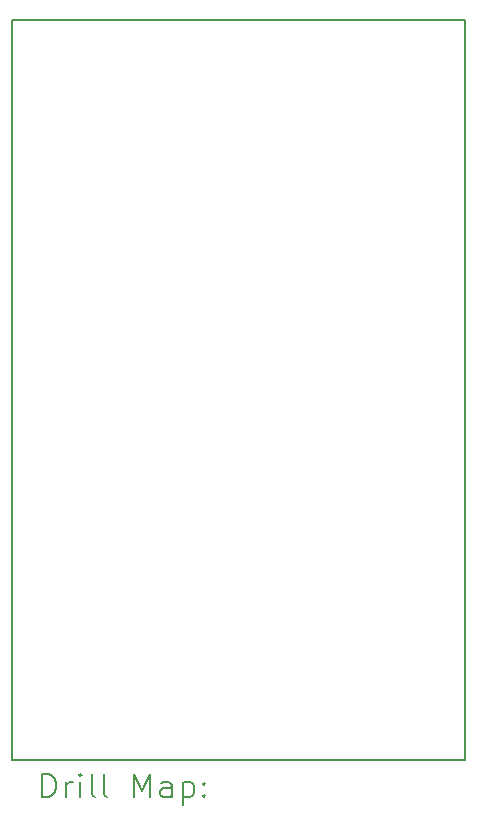
<source format=gbr>
%TF.GenerationSoftware,KiCad,Pcbnew,8.0.6*%
%TF.CreationDate,2025-02-12T12:21:39-05:00*%
%TF.ProjectId,prog,70726f67-2e6b-4696-9361-645f70636258,rev?*%
%TF.SameCoordinates,Original*%
%TF.FileFunction,Drillmap*%
%TF.FilePolarity,Positive*%
%FSLAX45Y45*%
G04 Gerber Fmt 4.5, Leading zero omitted, Abs format (unit mm)*
G04 Created by KiCad (PCBNEW 8.0.6) date 2025-02-12 12:21:39*
%MOMM*%
%LPD*%
G01*
G04 APERTURE LIST*
%ADD10C,0.150000*%
%ADD11C,0.200000*%
G04 APERTURE END LIST*
D10*
X10165000Y-4005000D02*
X13995000Y-4005000D01*
X13995000Y-10265000D01*
X10165000Y-10265000D01*
X10165000Y-4005000D01*
D11*
X10418277Y-10583984D02*
X10418277Y-10383984D01*
X10418277Y-10383984D02*
X10465896Y-10383984D01*
X10465896Y-10383984D02*
X10494467Y-10393508D01*
X10494467Y-10393508D02*
X10513515Y-10412555D01*
X10513515Y-10412555D02*
X10523039Y-10431603D01*
X10523039Y-10431603D02*
X10532563Y-10469698D01*
X10532563Y-10469698D02*
X10532563Y-10498270D01*
X10532563Y-10498270D02*
X10523039Y-10536365D01*
X10523039Y-10536365D02*
X10513515Y-10555412D01*
X10513515Y-10555412D02*
X10494467Y-10574460D01*
X10494467Y-10574460D02*
X10465896Y-10583984D01*
X10465896Y-10583984D02*
X10418277Y-10583984D01*
X10618277Y-10583984D02*
X10618277Y-10450650D01*
X10618277Y-10488746D02*
X10627801Y-10469698D01*
X10627801Y-10469698D02*
X10637324Y-10460174D01*
X10637324Y-10460174D02*
X10656372Y-10450650D01*
X10656372Y-10450650D02*
X10675420Y-10450650D01*
X10742086Y-10583984D02*
X10742086Y-10450650D01*
X10742086Y-10383984D02*
X10732563Y-10393508D01*
X10732563Y-10393508D02*
X10742086Y-10403031D01*
X10742086Y-10403031D02*
X10751610Y-10393508D01*
X10751610Y-10393508D02*
X10742086Y-10383984D01*
X10742086Y-10383984D02*
X10742086Y-10403031D01*
X10865896Y-10583984D02*
X10846848Y-10574460D01*
X10846848Y-10574460D02*
X10837324Y-10555412D01*
X10837324Y-10555412D02*
X10837324Y-10383984D01*
X10970658Y-10583984D02*
X10951610Y-10574460D01*
X10951610Y-10574460D02*
X10942086Y-10555412D01*
X10942086Y-10555412D02*
X10942086Y-10383984D01*
X11199229Y-10583984D02*
X11199229Y-10383984D01*
X11199229Y-10383984D02*
X11265896Y-10526841D01*
X11265896Y-10526841D02*
X11332562Y-10383984D01*
X11332562Y-10383984D02*
X11332562Y-10583984D01*
X11513515Y-10583984D02*
X11513515Y-10479222D01*
X11513515Y-10479222D02*
X11503991Y-10460174D01*
X11503991Y-10460174D02*
X11484943Y-10450650D01*
X11484943Y-10450650D02*
X11446848Y-10450650D01*
X11446848Y-10450650D02*
X11427801Y-10460174D01*
X11513515Y-10574460D02*
X11494467Y-10583984D01*
X11494467Y-10583984D02*
X11446848Y-10583984D01*
X11446848Y-10583984D02*
X11427801Y-10574460D01*
X11427801Y-10574460D02*
X11418277Y-10555412D01*
X11418277Y-10555412D02*
X11418277Y-10536365D01*
X11418277Y-10536365D02*
X11427801Y-10517317D01*
X11427801Y-10517317D02*
X11446848Y-10507793D01*
X11446848Y-10507793D02*
X11494467Y-10507793D01*
X11494467Y-10507793D02*
X11513515Y-10498270D01*
X11608753Y-10450650D02*
X11608753Y-10650650D01*
X11608753Y-10460174D02*
X11627801Y-10450650D01*
X11627801Y-10450650D02*
X11665896Y-10450650D01*
X11665896Y-10450650D02*
X11684943Y-10460174D01*
X11684943Y-10460174D02*
X11694467Y-10469698D01*
X11694467Y-10469698D02*
X11703991Y-10488746D01*
X11703991Y-10488746D02*
X11703991Y-10545889D01*
X11703991Y-10545889D02*
X11694467Y-10564936D01*
X11694467Y-10564936D02*
X11684943Y-10574460D01*
X11684943Y-10574460D02*
X11665896Y-10583984D01*
X11665896Y-10583984D02*
X11627801Y-10583984D01*
X11627801Y-10583984D02*
X11608753Y-10574460D01*
X11789705Y-10564936D02*
X11799229Y-10574460D01*
X11799229Y-10574460D02*
X11789705Y-10583984D01*
X11789705Y-10583984D02*
X11780182Y-10574460D01*
X11780182Y-10574460D02*
X11789705Y-10564936D01*
X11789705Y-10564936D02*
X11789705Y-10583984D01*
X11789705Y-10460174D02*
X11799229Y-10469698D01*
X11799229Y-10469698D02*
X11789705Y-10479222D01*
X11789705Y-10479222D02*
X11780182Y-10469698D01*
X11780182Y-10469698D02*
X11789705Y-10460174D01*
X11789705Y-10460174D02*
X11789705Y-10479222D01*
M02*

</source>
